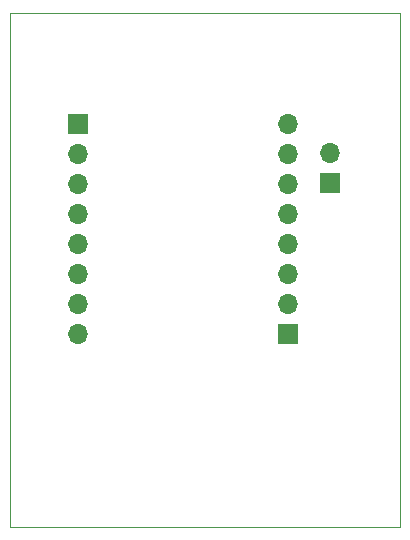
<source format=gbr>
G04 #@! TF.GenerationSoftware,KiCad,Pcbnew,(5.1.0)-1*
G04 #@! TF.CreationDate,2019-09-06T23:09:27-05:00*
G04 #@! TF.ProjectId,CH552G_dev,43483535-3247-45f6-9465-762e6b696361,rev?*
G04 #@! TF.SameCoordinates,Original*
G04 #@! TF.FileFunction,Copper,L2,Bot*
G04 #@! TF.FilePolarity,Positive*
%FSLAX46Y46*%
G04 Gerber Fmt 4.6, Leading zero omitted, Abs format (unit mm)*
G04 Created by KiCad (PCBNEW (5.1.0)-1) date 2019-09-06 23:09:28*
%MOMM*%
%LPD*%
G04 APERTURE LIST*
G04 #@! TA.AperFunction,NonConductor*
%ADD10C,0.050000*%
G04 #@! TD*
G04 #@! TA.AperFunction,ComponentPad*
%ADD11O,1.700000X1.700000*%
G04 #@! TD*
G04 #@! TA.AperFunction,ComponentPad*
%ADD12R,1.700000X1.700000*%
G04 #@! TD*
G04 APERTURE END LIST*
D10*
X94500000Y-121500000D02*
X127500000Y-121500000D01*
X94500000Y-78000000D02*
X94500000Y-121500000D01*
X127500000Y-78000000D02*
X94500000Y-78000000D01*
X127500000Y-121500000D02*
X127500000Y-78000000D01*
D11*
G04 #@! TO.P,J2,8*
G04 #@! TO.N,P3.0*
X100220000Y-105140000D03*
G04 #@! TO.P,J2,7*
G04 #@! TO.N,P3.1*
X100220000Y-102600000D03*
G04 #@! TO.P,J2,6*
G04 #@! TO.N,RST*
X100220000Y-100060000D03*
G04 #@! TO.P,J2,5*
G04 #@! TO.N,P1.7*
X100220000Y-97520000D03*
G04 #@! TO.P,J2,4*
G04 #@! TO.N,P1.6*
X100220000Y-94980000D03*
G04 #@! TO.P,J2,3*
G04 #@! TO.N,P1.5*
X100220000Y-92440000D03*
G04 #@! TO.P,J2,2*
G04 #@! TO.N,P1.4*
X100220000Y-89900000D03*
D12*
G04 #@! TO.P,J2,1*
G04 #@! TO.N,P3.2*
X100220000Y-87360000D03*
G04 #@! TD*
G04 #@! TO.P,J3,1*
G04 #@! TO.N,P1.1*
X118000000Y-105140000D03*
D11*
G04 #@! TO.P,J3,2*
G04 #@! TO.N,P3.3*
X118000000Y-102600000D03*
G04 #@! TO.P,J3,3*
G04 #@! TO.N,P3.4*
X118000000Y-100060000D03*
G04 #@! TO.P,J3,4*
G04 #@! TO.N,D+*
X118000000Y-97520000D03*
G04 #@! TO.P,J3,5*
G04 #@! TO.N,D-*
X118000000Y-94980000D03*
G04 #@! TO.P,J3,6*
G04 #@! TO.N,GND*
X118000000Y-92440000D03*
G04 #@! TO.P,J3,7*
G04 #@! TO.N,VCC*
X118000000Y-89900000D03*
G04 #@! TO.P,J3,8*
G04 #@! TO.N,3V3*
X118000000Y-87360000D03*
G04 #@! TD*
G04 #@! TO.P,J4,2*
G04 #@! TO.N,VCC*
X121600000Y-89860000D03*
D12*
G04 #@! TO.P,J4,1*
G04 #@! TO.N,GND*
X121600000Y-92400000D03*
G04 #@! TD*
M02*

</source>
